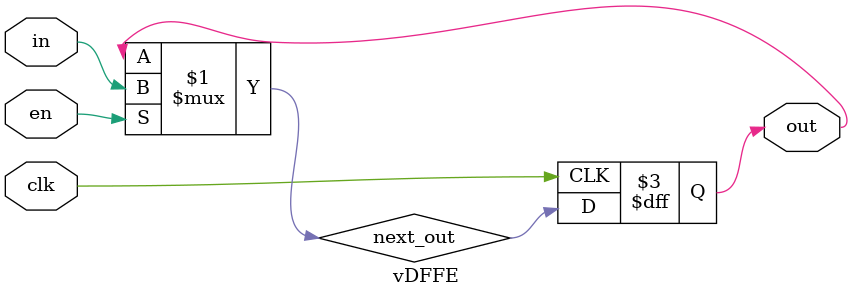
<source format=sv>
module vDFFE(clk, en, in, out) ;
    parameter n = 1; // width
    input clk, en ;
    input [n-1:0] in ;
    output [n-1:0] out ;
    reg [n-1:0] out ;
    wire [n-1:0] next_out ;
    assign next_out = en ? in : out;
    always @(posedge clk)
    out = next_out;
endmodule
</source>
